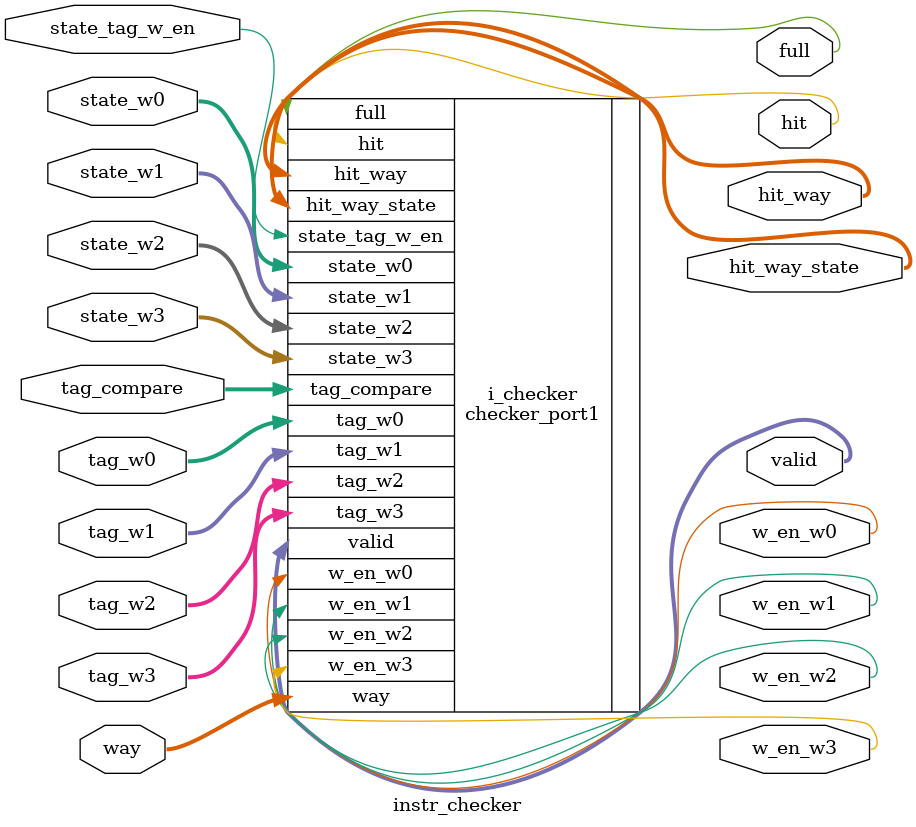
<source format=v>
`timescale 1ns / 1ps


module instr_checker
#(
    parameter STATE_WIDTH = 2,
    parameter TAG_WIDTH = 22,
    parameter I = 2'b10        // Invalid state
)
(
    input   [TAG_WIDTH-1:0] tag_compare,
    
    input   [TAG_WIDTH-1:0] tag_w0,
    input   [TAG_WIDTH-1:0] tag_w1,
    input   [TAG_WIDTH-1:0] tag_w2,
    input   [TAG_WIDTH-1:0] tag_w3,
    
    input   [STATE_WIDTH-1:0] state_w0,
    input   [STATE_WIDTH-1:0] state_w1,
    input   [STATE_WIDTH-1:0] state_w2,
    input   [STATE_WIDTH-1:0] state_w3,
    
    input   state_tag_w_en,
    input   [1:0] way,      // hit_way/evicted_way
    
    // write enable in state_tag_ram
    output  w_en_w0,
    output  w_en_w1,
    output  w_en_w2,
    output  w_en_w3,
    
    output  hit,
    output  [1:0] hit_way,
    output  full,
    output  [3:0] valid,
    output  [STATE_WIDTH-1:0] hit_way_state
);
    
    // to check whether hit/miss when request coming from CPU
    checker_port1   
    #(
        .STATE_WIDTH(STATE_WIDTH),
        .TAG_WIDTH  (TAG_WIDTH  ),
        .I          (I          )        // Invalid state
    )
    i_checker
    (
        .tag_compare(tag_compare),         // input
                                // input
        .tag_w0(tag_w0),              // input
        .tag_w1(tag_w1),              // input
        .tag_w2(tag_w2),              // input
        .tag_w3(tag_w3),              // input
                                // input
        .state_w0(state_w0),            // input
        .state_w1(state_w1),            // input
        .state_w2(state_w2),            // input
        .state_w3(state_w3),            // input
        
        .state_tag_w_en(state_tag_w_en),      // input
        .way(way),                 // input
        
        // write enable in state_tag_ram
        .w_en_w0(w_en_w0),             // output
        .w_en_w1(w_en_w1),             // output
        .w_en_w2(w_en_w2),             // output
        .w_en_w3(w_en_w3),             // output
                                
        .hit(hit),                 // output
        .hit_way(hit_way),             // output
        .full(full),                // output
        .valid(valid),               // output
        .hit_way_state(hit_way_state)        // output
    );
    
endmodule

</source>
